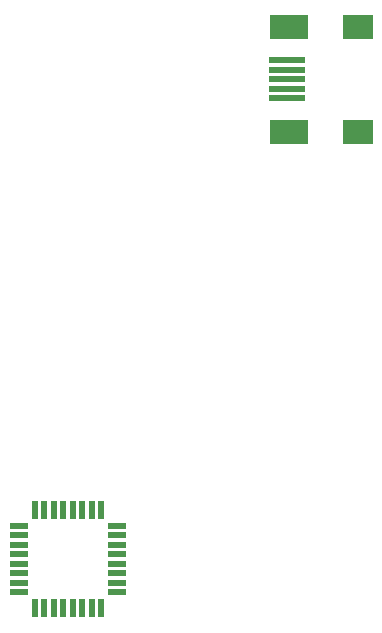
<source format=gtp>
G04 EAGLE Gerber RS-274X export*
G75*
%MOMM*%
%FSLAX34Y34*%
%LPD*%
%INSolderpaste Top*%
%IPPOS*%
%AMOC8*
5,1,8,0,0,1.08239X$1,22.5*%
G01*
%ADD10R,1.600000X0.550000*%
%ADD11R,0.550000X1.600000*%
%ADD12R,2.500000X2.000000*%
%ADD13R,3.300000X2.000000*%
%ADD14R,3.100000X0.500000*%


D10*
X631300Y536000D03*
X631300Y528000D03*
X631300Y520000D03*
X631300Y512000D03*
X631300Y504000D03*
X631300Y496000D03*
X631300Y488000D03*
X631300Y480000D03*
D11*
X645100Y466200D03*
X653100Y466200D03*
X661100Y466200D03*
X669100Y466200D03*
X677100Y466200D03*
X685100Y466200D03*
X693100Y466200D03*
X701100Y466200D03*
D10*
X714900Y480000D03*
X714900Y488000D03*
X714900Y496000D03*
X714900Y504000D03*
X714900Y512000D03*
X714900Y520000D03*
X714900Y528000D03*
X714900Y536000D03*
D11*
X701100Y549800D03*
X693100Y549800D03*
X685100Y549800D03*
X677100Y549800D03*
X669100Y549800D03*
X661100Y549800D03*
X653100Y549800D03*
X645100Y549800D03*
D12*
X919000Y958900D03*
X919000Y869900D03*
D13*
X860000Y958900D03*
X860000Y869900D03*
D14*
X859000Y898400D03*
X859000Y906400D03*
X859000Y914400D03*
X859000Y922400D03*
X859000Y930400D03*
M02*

</source>
